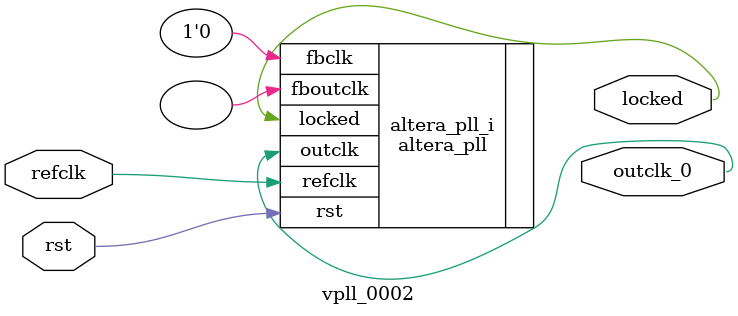
<source format=v>
`timescale 1ns/10ps
module  vpll_0002(

	// interface 'refclk'
	input wire refclk,

	// interface 'reset'
	input wire rst,

	// interface 'outclk0'
	output wire outclk_0,

	// interface 'locked'
	output wire locked
);

	altera_pll #(
		.fractional_vco_multiplier("false"),
		.reference_clock_frequency("50.0 MHz"),
		.operation_mode("direct"),
		.number_of_clocks(1),
		.output_clock_frequency0("27.000000 MHz"),
		.phase_shift0("0 ps"),
		.duty_cycle0(50),
		.output_clock_frequency1("0 MHz"),
		.phase_shift1("0 ps"),
		.duty_cycle1(50),
		.output_clock_frequency2("0 MHz"),
		.phase_shift2("0 ps"),
		.duty_cycle2(50),
		.output_clock_frequency3("0 MHz"),
		.phase_shift3("0 ps"),
		.duty_cycle3(50),
		.output_clock_frequency4("0 MHz"),
		.phase_shift4("0 ps"),
		.duty_cycle4(50),
		.output_clock_frequency5("0 MHz"),
		.phase_shift5("0 ps"),
		.duty_cycle5(50),
		.output_clock_frequency6("0 MHz"),
		.phase_shift6("0 ps"),
		.duty_cycle6(50),
		.output_clock_frequency7("0 MHz"),
		.phase_shift7("0 ps"),
		.duty_cycle7(50),
		.output_clock_frequency8("0 MHz"),
		.phase_shift8("0 ps"),
		.duty_cycle8(50),
		.output_clock_frequency9("0 MHz"),
		.phase_shift9("0 ps"),
		.duty_cycle9(50),
		.output_clock_frequency10("0 MHz"),
		.phase_shift10("0 ps"),
		.duty_cycle10(50),
		.output_clock_frequency11("0 MHz"),
		.phase_shift11("0 ps"),
		.duty_cycle11(50),
		.output_clock_frequency12("0 MHz"),
		.phase_shift12("0 ps"),
		.duty_cycle12(50),
		.output_clock_frequency13("0 MHz"),
		.phase_shift13("0 ps"),
		.duty_cycle13(50),
		.output_clock_frequency14("0 MHz"),
		.phase_shift14("0 ps"),
		.duty_cycle14(50),
		.output_clock_frequency15("0 MHz"),
		.phase_shift15("0 ps"),
		.duty_cycle15(50),
		.output_clock_frequency16("0 MHz"),
		.phase_shift16("0 ps"),
		.duty_cycle16(50),
		.output_clock_frequency17("0 MHz"),
		.phase_shift17("0 ps"),
		.duty_cycle17(50),
		.pll_type("General"),
		.pll_subtype("General")
	) altera_pll_i (
		.rst	(rst),
		.outclk	({outclk_0}),
		.locked	(locked),
		.fboutclk	( ),
		.fbclk	(1'b0),
		.refclk	(refclk)
	);
endmodule


</source>
